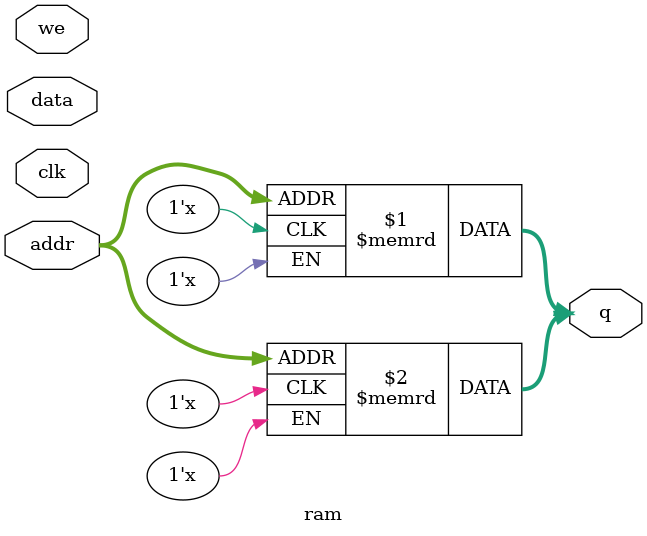
<source format=v>
module ram #(
    parameter ADDR_WIDTH=6,
    parameter DATA_WIDTH=8
) (
    input [DATA_WIDTH-1:0] data,
    input [ADDR_WIDTH-1:0] addr,
    input we, clk,
    output [7:0] q
);
reg [DATA_WIDTH-1:0] ram[2**ADDR_WIDTH-1:0];
// when we is high, write data to ram at address addr
// assign the ram value at address addr to q
assign q = ram[addr];
// when we is low, read data from ram at address addr
// assign the read value to q
assign q = ram[addr];
endmodule

</source>
